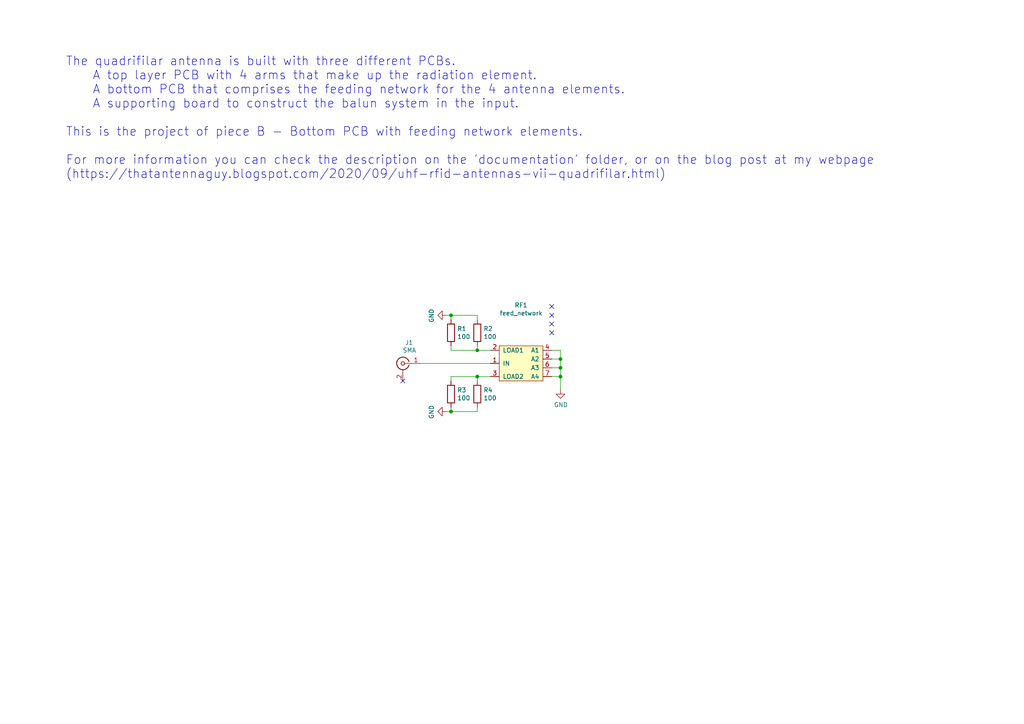
<source format=kicad_sch>
(kicad_sch (version 20211123) (generator eeschema)
  (paper "A4")
  (title_block (title "Quadrifilar antenna for UHF RFID - Part B") (rev "1.0") (company "The Antenna Guy"))
  (lib_symbols
    (symbol "Connector:Conn_Coaxial" (pin_names (offset 1.016) hide)
      (property "Reference" "J" (at 0.254 3.048 0))
      (property "Value" "Conn_Coaxial" (at 2.921 0 90))
      (symbol "Conn_Coaxial_0_1"
        (arc (start -1.778 -0.508) (mid 0.2311 -1.8066) (end 1.778 0) (stroke (width 0.254)))
        (polyline (pts (xy -2.54 0) (xy -0.508 0)))
        (polyline (pts (xy 0 -2.54) (xy 0 -1.778)))
        (circle (center 0 0) (radius 0.508) (stroke (width 0.2032)))
        (arc (start 1.778 0) (mid 0.2099 1.8101) (end -1.778 0.508) (stroke (width 0.254)))
      )
      (symbol "Conn_Coaxial_1_1"
        (pin passive line (at -5.08 0 0) (length 2.54) (name "In") (number "1"))
        (pin passive line (at 0 -5.08 90) (length 2.54) (name "Ext") (number "2"))
      )
    )
    (symbol "Device:R" (pin_numbers hide) (pin_names (offset 0))
      (property "Reference" "R" (at 2.032 0 90))
      (property "Value" "R" (at 0 0 90))
      (symbol "R_0_1"
        (rectangle (start -1.016 -2.54) (end 1.016 2.54) (stroke (width 0.254)))
      )
      (symbol "R_1_1"
        (pin passive line (at 0 3.81 270) (length 1.27) (name "~") (number "1"))
        (pin passive line (at 0 -3.81 90) (length 1.27) (name "~") (number "2"))
      )
    )
    (symbol "Quadrifilar_antenna_B-rescue:feed_network-quadrifilar_antenna" (pin_names (offset 1.016))
      (property "Reference" "RF" (at 0 6.35 0))
      (property "Value" "feed_network-quadrifilar_antenna" (at 0 -6.35 0))
      (symbol "feed_network-quadrifilar_antenna_0_1"
        (rectangle (start -6.35 5.08) (end 6.35 -5.08) (fill (type background)))
      )
      (symbol "feed_network-quadrifilar_antenna_1_1"
        (pin passive line (at -8.89 0 0) (length 2.54) (name "IN") (number "1"))
        (pin passive line (at -8.89 3.81 0) (length 2.54) (name "LOAD1") (number "2"))
        (pin passive line (at -8.89 -3.81 0) (length 2.54) (name "LOAD2") (number "3"))
        (pin passive line (at 8.89 3.81 180) (length 2.54) (name "A1") (number "4"))
        (pin passive line (at 8.89 1.27 180) (length 2.54) (name "A2") (number "5"))
        (pin passive line (at 8.89 -1.27 180) (length 2.54) (name "A3") (number "6"))
        (pin passive line (at 8.89 -3.81 180) (length 2.54) (name "A4") (number "7"))
      )
    )
    (symbol "power:GND" (power) (pin_names (offset 0))
      (property "Value" "GND" (at 0 -3.81 0))
      (symbol "GND_0_1"
        (polyline (pts (xy 0 0) (xy 0 -1.27) (xy 1.27 -1.27) (xy 0 -2.54) (xy -1.27 -1.27) (xy 0 -1.27)))
      )
      (symbol "GND_1_1"
        (pin power_in line (at 0 0 270) (length 0) hide (name "GND") (number "1"))
      )
    )
  )
  (junction (at 162.56 104.14))
  (junction (at 138.43 109.22))
  (junction (at 130.81 119.38))
  (junction (at 138.43 101.6))
  (junction (at 130.81 91.44))
  (junction (at 162.56 106.68))
  (junction (at 162.56 109.22))
  (no_connect (at 160.02 93.98))
  (no_connect (at 160.02 88.9))
  (no_connect (at 160.02 91.44))
  (no_connect (at 160.02 96.52))
  (no_connect (at 116.84 110.49))
  (wire (pts (xy 130.81 118.11) (xy 130.81 119.38)))
  (wire (pts (xy 142.24 101.6) (xy 138.43 101.6)))
  (wire (pts (xy 138.43 91.44) (xy 130.81 91.44)))
  (wire (pts (xy 130.81 119.38) (xy 138.43 119.38)))
  (wire (pts (xy 130.81 101.6) (xy 138.43 101.6)))
  (wire (pts (xy 162.56 104.14) (xy 162.56 101.6)))
  (wire (pts (xy 130.81 100.33) (xy 130.81 101.6)))
  (wire (pts (xy 142.24 105.41) (xy 121.92 105.41)))
  (wire (pts (xy 138.43 101.6) (xy 138.43 100.33)))
  (wire (pts (xy 142.24 109.22) (xy 138.43 109.22)))
  (wire (pts (xy 160.02 104.14) (xy 162.56 104.14)))
  (wire (pts (xy 138.43 110.49) (xy 138.43 109.22)))
  (wire (pts (xy 130.81 91.44) (xy 130.81 92.71)))
  (wire (pts (xy 130.81 91.44) (xy 129.54 91.44)))
  (wire (pts (xy 130.81 109.22) (xy 130.81 110.49)))
  (wire (pts (xy 129.54 119.38) (xy 130.81 119.38)))
  (wire (pts (xy 162.56 106.68) (xy 162.56 104.14)))
  (wire (pts (xy 138.43 119.38) (xy 138.43 118.11)))
  (wire (pts (xy 162.56 101.6) (xy 160.02 101.6)))
  (wire (pts (xy 162.56 113.03) (xy 162.56 109.22)))
  (wire (pts (xy 138.43 109.22) (xy 130.81 109.22)))
  (wire (pts (xy 138.43 92.71) (xy 138.43 91.44)))
  (wire (pts (xy 162.56 109.22) (xy 162.56 106.68)))
  (wire (pts (xy 160.02 106.68) (xy 162.56 106.68)))
  (wire (pts (xy 160.02 109.22) (xy 162.56 109.22)))
  (text "The quadrifilar antenna is built with three different PCBs.\n    A top layer PCB with 4 arms that make up the radiation element.\n    A bottom PCB that comprises the feeding network for the 4 antenna elements.\n    A supporting board to construct the balun system in the input.\n\nThis is the project of piece B - Bottom PCB with feeding network elements.\n\nFor more information you can check the description on the 'documentation' folder, or on the blog post at my webpage \n(https://thatantennaguy.blogspot.com/2020/09/uhf-rfid-antennas-vii-quadrifilar.html)" (at 19.05 52.07 0) (effects (font (size 2.54 2.54)) (justify left bottom)))
  (symbol (lib_id "Device:R") (at 138.43 114.3 0) (unit 1)
    (property "Reference" "R4" (at 140.208 113.1316 0) (effects (justify left)))
    (property "Value" "100" (at 140.208 115.443 0) (effects (justify left)))
    (property "Footprint" "Resistor_SMD:R_0402_1005Metric" (effects hide))
    (property "Datasheet" "https://datasheet.lcsc.com/szlcsc/Uniroyal-Elec-0402WGF1000TCE_C25076.pdf" (effects hide))
    (property "Manufacturer" "Uniroyal Elec" (effects hide))
    (property "Mfr. PN" "0402WGF1000TCE" (effects hide))
    (property "LCSC" "C25076" (effects hide))
    (property "Supplier" "LCSC" (effects hide))
    (property "Supplier PN" "-" (effects hide))
  )
  (symbol (lib_id "Device:R") (at 130.81 114.3 0) (unit 1)
    (property "Reference" "R3" (at 132.588 113.1316 0) (effects (justify left)))
    (property "Value" "100" (at 132.588 115.443 0) (effects (justify left)))
    (property "Footprint" "Resistor_SMD:R_0402_1005Metric" (effects hide))
    (property "Datasheet" "https://datasheet.lcsc.com/szlcsc/Uniroyal-Elec-0402WGF1000TCE_C25076.pdf" (effects hide))
    (property "Manufacturer" "Uniroyal Elec" (effects hide))
    (property "Mfr. PN" "0402WGF1000TCE" (effects hide))
    (property "LCSC" "C25076" (effects hide))
    (property "Supplier" "LCSC" (effects hide))
    (property "Supplier PN" "-" (effects hide))
  )
  (symbol (lib_id "power:GND") (at 129.54 119.38 270) (unit 1)
    (property "Reference" "#PWR03" (effects hide))
    (property "Value" "GND" (at 125.1458 119.507 0))
  )
  (symbol (lib_id "Device:R") (at 138.43 96.52 0) (unit 1)
    (property "Reference" "R2" (at 140.208 95.3516 0) (effects (justify left)))
    (property "Value" "100" (at 140.208 97.663 0) (effects (justify left)))
    (property "Footprint" "Resistor_SMD:R_0402_1005Metric" (effects hide))
    (property "Datasheet" "https://datasheet.lcsc.com/szlcsc/Uniroyal-Elec-0402WGF1000TCE_C25076.pdf" (effects hide))
    (property "Manufacturer" "Uniroyal Elec" (effects hide))
    (property "Mfr. PN" "0402WGF1000TCE" (effects hide))
    (property "LCSC" "C25076" (effects hide))
    (property "Supplier" "LCSC" (effects hide))
    (property "Supplier PN" "-" (effects hide))
  )
  (symbol (lib_id "Device:R") (at 130.81 96.52 0) (unit 1)
    (property "Reference" "R1" (at 132.588 95.3516 0) (effects (justify left)))
    (property "Value" "100" (at 132.588 97.663 0) (effects (justify left)))
    (property "Footprint" "Resistor_SMD:R_0402_1005Metric" (effects hide))
    (property "Datasheet" "https://datasheet.lcsc.com/szlcsc/Uniroyal-Elec-0402WGF1000TCE_C25076.pdf" (effects hide))
    (property "Manufacturer" "Uniroyal Elec" (effects hide))
    (property "Mfr. PN" "0402WGF1000TCE" (effects hide))
    (property "LCSC" "C25076" (effects hide))
    (property "Supplier" "LCSC" (effects hide))
    (property "Supplier PN" "-" (effects hide))
  )
  (symbol (lib_id "power:GND") (at 129.54 91.44 270) (unit 1)
    (property "Reference" "#PWR01" (effects hide))
    (property "Value" "GND" (at 125.1458 91.567 0))
  )
  (symbol (lib_id "Connector:Conn_Coaxial") (at 116.84 105.41 0) (mirror y) (unit 1)
    (property "Reference" "J1" (at 118.6688 99.3648 0))
    (property "Value" "SMA" (at 118.745 101.6 0))
    (property "Footprint" "Quadrifilar_antenna:SMA_Samtec_J-P-X-ST-EM1-Removed_top_pads" (effects hide))
    (property "Datasheet" " ~" (effects hide))
  )
  (symbol (lib_id "Quadrifilar_antenna_B-rescue:feed_network-quadrifilar_antenna") (at 151.13 105.41 0) (unit 1)
    (property "Reference" "RF1" (at 151.13 88.519 0))
    (property "Value" "feed_network" (at 151.13 90.8304 0))
    (property "Footprint" "Quadrifilar_antenna:feed_network" (effects hide))
  )
  (symbol (lib_id "power:GND") (at 162.56 113.03 0) (unit 1)
    (property "Reference" "#PWR0101" (effects hide))
    (property "Value" "GND" (at 162.687 117.4242 0))
  )
)
</source>
